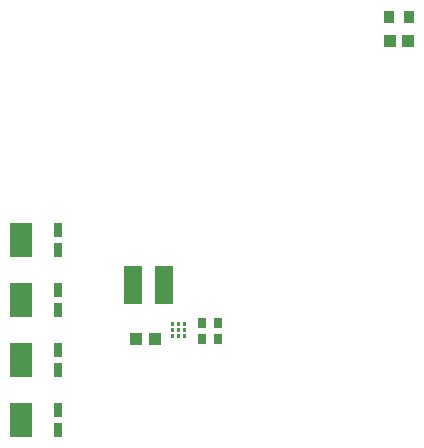
<source format=gtp>
G04 Layer: TopPasteMaskLayer*
G04 Panelize: , Column: 2, Row: 2, Board Size: 58.42mm x 58.42mm, Panelized Board Size: 118.84mm x 118.84mm*
G04 EasyEDA v6.5.34, 2023-08-21 18:11:39*
G04 e033e4da8f4f40f2a2828097716e79b9,5a6b42c53f6a479593ecc07194224c93,10*
G04 Gerber Generator version 0.2*
G04 Scale: 100 percent, Rotated: No, Reflected: No *
G04 Dimensions in millimeters *
G04 leading zeros omitted , absolute positions ,4 integer and 5 decimal *
%FSLAX45Y45*%
%MOMM*%

%ADD10R,1.0000X1.1000*%
%ADD11R,0.8999X1.0000*%
%ADD12R,0.8000X0.9000*%
%ADD13R,1.8300X2.8600*%
%ADD14R,0.7300X1.2600*%
%ADD15R,1.5000X3.3200*%

%LPD*%
G36*
X2301697Y2986024D02*
G01*
X2297226Y2981502D01*
X2297226Y2960522D01*
X2301697Y2956001D01*
X2322728Y2956001D01*
X2327198Y2960522D01*
X2327198Y2981502D01*
X2322728Y2986024D01*
G37*
G36*
X2301697Y2935986D02*
G01*
X2297226Y2931515D01*
X2297226Y2910484D01*
X2301697Y2906014D01*
X2322728Y2906014D01*
X2327198Y2910484D01*
X2327198Y2931515D01*
X2322728Y2935986D01*
G37*
G36*
X2301697Y2885998D02*
G01*
X2297226Y2881528D01*
X2297226Y2860497D01*
X2301697Y2856026D01*
X2322728Y2856026D01*
X2327198Y2860497D01*
X2327198Y2881528D01*
X2322728Y2885998D01*
G37*
G36*
X2351684Y2986024D02*
G01*
X2347214Y2981502D01*
X2347214Y2960522D01*
X2351684Y2956001D01*
X2372715Y2956001D01*
X2377186Y2960522D01*
X2377186Y2981502D01*
X2372715Y2986024D01*
G37*
G36*
X2351684Y2935986D02*
G01*
X2347214Y2931515D01*
X2347214Y2910484D01*
X2351684Y2906014D01*
X2372715Y2906014D01*
X2377186Y2910484D01*
X2377186Y2931515D01*
X2372715Y2935986D01*
G37*
G36*
X2351684Y2885998D02*
G01*
X2347214Y2881528D01*
X2347214Y2860497D01*
X2351684Y2856026D01*
X2372715Y2856026D01*
X2377186Y2860497D01*
X2377186Y2881528D01*
X2372715Y2885998D01*
G37*
G36*
X2401722Y2986024D02*
G01*
X2397201Y2981502D01*
X2397201Y2960522D01*
X2401722Y2956001D01*
X2422702Y2956001D01*
X2427224Y2960522D01*
X2427224Y2981502D01*
X2422702Y2986024D01*
G37*
G36*
X2401722Y2935986D02*
G01*
X2397201Y2931515D01*
X2397201Y2910484D01*
X2401722Y2906014D01*
X2422702Y2906014D01*
X2427224Y2910484D01*
X2427224Y2931515D01*
X2422702Y2935986D01*
G37*
G36*
X2401722Y2885998D02*
G01*
X2397201Y2881528D01*
X2397201Y2860497D01*
X2401722Y2856026D01*
X2422702Y2856026D01*
X2427224Y2860497D01*
X2427224Y2881528D01*
X2422702Y2885998D01*
G37*
D10*
G01*
X4149090Y5372100D03*
G01*
X4309084Y5372100D03*
D11*
G01*
X4144086Y5575300D03*
G01*
X4314088Y5575300D03*
D10*
G01*
X2002790Y2844800D03*
G01*
X2162784Y2844800D03*
D12*
G01*
X2558897Y2984500D03*
G01*
X2698902Y2984500D03*
G01*
X2558897Y2844800D03*
G01*
X2698902Y2844800D03*
D13*
G01*
X1027709Y2159000D03*
D14*
G01*
X1341297Y2075789D03*
G01*
X1341297Y2242185D03*
D13*
G01*
X1027684Y2667000D03*
D14*
G01*
X1341297Y2583789D03*
G01*
X1341297Y2750185D03*
D13*
G01*
X1027684Y3175000D03*
D14*
G01*
X1341297Y3091789D03*
G01*
X1341297Y3258185D03*
D13*
G01*
X1027684Y3683000D03*
D14*
G01*
X1341297Y3599789D03*
G01*
X1341297Y3766185D03*
D15*
G01*
X2241016Y3301187D03*
G01*
X1975408Y3301187D03*
M02*

</source>
